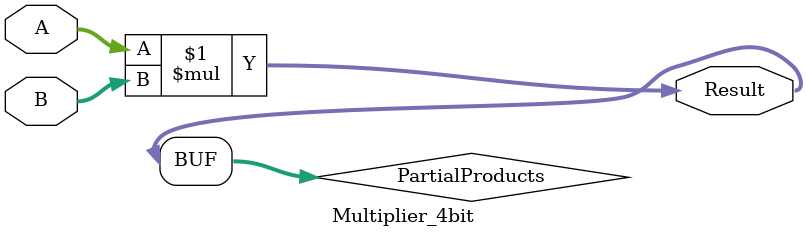
<source format=v>

module Multiplier_4bit #(parameter BIT_WIDTH = 4) (
    input wire [BIT_WIDTH-1:0] A, // N-bit input A
    input wire [BIT_WIDTH-1:0] B, // N-bit input B
    output reg [2*BIT_WIDTH-1:0] Result // 2N-bit output (multiplication result)
);
    wire [2*BIT_WIDTH-1:0] PartialProducts; // Partial products
    
    // Generate partial products
    assign PartialProducts = A * B;
    
    // Generate the final result
    always @(*) begin
        Result = PartialProducts;
    end
endmodule // Multiplier_4bit

</source>
